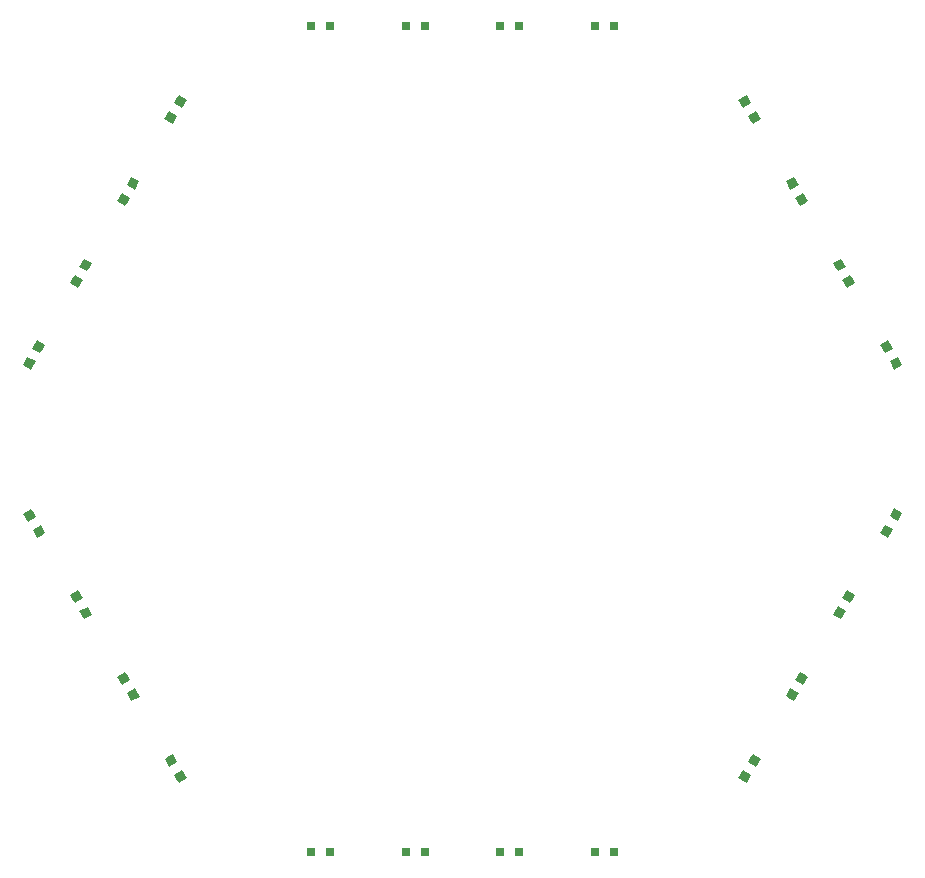
<source format=gtp>
G04 #@! TF.GenerationSoftware,KiCad,Pcbnew,(5.0.2)-1*
G04 #@! TF.CreationDate,2020-05-10T00:06:34+09:00*
G04 #@! TF.ProjectId,Tile,54696c65-2e6b-4696-9361-645f70636258,rev?*
G04 #@! TF.SameCoordinates,Original*
G04 #@! TF.FileFunction,Paste,Top*
G04 #@! TF.FilePolarity,Positive*
%FSLAX46Y46*%
G04 Gerber Fmt 4.6, Leading zero omitted, Abs format (unit mm)*
G04 Created by KiCad (PCBNEW (5.0.2)-1) date 2020/05/10 0:06:34*
%MOMM*%
%LPD*%
G01*
G04 APERTURE LIST*
%ADD10C,0.800000*%
%ADD11C,0.100000*%
%ADD12R,0.800000X0.800000*%
G04 APERTURE END LIST*
D10*
G04 #@! TO.C,D1*
X97300000Y-91656922D03*
D11*
G36*
X97153590Y-91110512D02*
X97846410Y-91510512D01*
X97446410Y-92203332D01*
X96753590Y-91803332D01*
X97153590Y-91110512D01*
X97153590Y-91110512D01*
G37*
D10*
X98100000Y-90271282D03*
D11*
G36*
X97953590Y-89724872D02*
X98646410Y-90124872D01*
X98246410Y-90817692D01*
X97553590Y-90417692D01*
X97953590Y-89724872D01*
X97953590Y-89724872D01*
G37*
G04 #@! TD*
D10*
G04 #@! TO.C,D2*
X94137500Y-112847166D03*
D11*
G36*
X93591090Y-112700756D02*
X94283910Y-112300756D01*
X94683910Y-112993576D01*
X93991090Y-113393576D01*
X93591090Y-112700756D01*
X93591090Y-112700756D01*
G37*
D10*
X93337500Y-111461526D03*
D11*
G36*
X92791090Y-111315116D02*
X93483910Y-110915116D01*
X93883910Y-111607936D01*
X93191090Y-112007936D01*
X92791090Y-111315116D01*
X92791090Y-111315116D01*
G37*
G04 #@! TD*
D10*
G04 #@! TO.C,D3*
X101312500Y-125274631D03*
D11*
G36*
X100766090Y-125128221D02*
X101458910Y-124728221D01*
X101858910Y-125421041D01*
X101166090Y-125821041D01*
X100766090Y-125128221D01*
X100766090Y-125128221D01*
G37*
D10*
X102112500Y-126660271D03*
D11*
G36*
X101566090Y-126513861D02*
X102258910Y-126113861D01*
X102658910Y-126806681D01*
X101966090Y-127206681D01*
X101566090Y-126513861D01*
X101566090Y-126513861D01*
G37*
G04 #@! TD*
D12*
G04 #@! TO.C,D4*
X117200000Y-140000000D03*
X118800000Y-140000000D03*
G04 #@! TD*
G04 #@! TO.C,D5*
X134800000Y-140000000D03*
X133200000Y-140000000D03*
G04 #@! TD*
D10*
G04 #@! TO.C,D6*
X154700000Y-132199485D03*
D11*
G36*
X154846410Y-132745895D02*
X154153590Y-132345895D01*
X154553590Y-131653075D01*
X155246410Y-132053075D01*
X154846410Y-132745895D01*
X154846410Y-132745895D01*
G37*
D10*
X153900000Y-133585125D03*
D11*
G36*
X154046410Y-134131535D02*
X153353590Y-133731535D01*
X153753590Y-133038715D01*
X154446410Y-133438715D01*
X154046410Y-134131535D01*
X154046410Y-134131535D01*
G37*
G04 #@! TD*
D10*
G04 #@! TO.C,D7*
X161900000Y-119728718D03*
D11*
G36*
X162046410Y-120275128D02*
X161353590Y-119875128D01*
X161753590Y-119182308D01*
X162446410Y-119582308D01*
X162046410Y-120275128D01*
X162046410Y-120275128D01*
G37*
D10*
X162700000Y-118343078D03*
D11*
G36*
X162846410Y-118889488D02*
X162153590Y-118489488D01*
X162553590Y-117796668D01*
X163246410Y-118196668D01*
X162846410Y-118889488D01*
X162846410Y-118889488D01*
G37*
G04 #@! TD*
D10*
G04 #@! TO.C,D8*
X166700000Y-98585125D03*
D11*
G36*
X167246410Y-98731535D02*
X166553590Y-99131535D01*
X166153590Y-98438715D01*
X166846410Y-98038715D01*
X167246410Y-98731535D01*
X167246410Y-98731535D01*
G37*
D10*
X165900000Y-97199485D03*
D11*
G36*
X166446410Y-97345895D02*
X165753590Y-97745895D01*
X165353590Y-97053075D01*
X166046410Y-96653075D01*
X166446410Y-97345895D01*
X166446410Y-97345895D01*
G37*
G04 #@! TD*
D10*
G04 #@! TO.C,D9*
X158700000Y-84728718D03*
D11*
G36*
X158153590Y-84582308D02*
X158846410Y-84182308D01*
X159246410Y-84875128D01*
X158553590Y-85275128D01*
X158153590Y-84582308D01*
X158153590Y-84582308D01*
G37*
D10*
X157900000Y-83343078D03*
D11*
G36*
X157353590Y-83196668D02*
X158046410Y-82796668D01*
X158446410Y-83489488D01*
X157753590Y-83889488D01*
X157353590Y-83196668D01*
X157353590Y-83196668D01*
G37*
G04 #@! TD*
D10*
G04 #@! TO.C,D10*
X153900000Y-76414875D03*
D11*
G36*
X154446410Y-76561285D02*
X153753590Y-76961285D01*
X153353590Y-76268465D01*
X154046410Y-75868465D01*
X154446410Y-76561285D01*
X154446410Y-76561285D01*
G37*
D10*
X154700000Y-77800515D03*
D11*
G36*
X155246410Y-77946925D02*
X154553590Y-78346925D01*
X154153590Y-77654105D01*
X154846410Y-77254105D01*
X155246410Y-77946925D01*
X155246410Y-77946925D01*
G37*
G04 #@! TD*
D12*
G04 #@! TO.C,D11*
X142800000Y-70000000D03*
X141200000Y-70000000D03*
G04 #@! TD*
G04 #@! TO.C,D12*
X134800000Y-70000000D03*
X133200000Y-70000000D03*
G04 #@! TD*
G04 #@! TO.C,D13*
X125200000Y-70000000D03*
X126800000Y-70000000D03*
G04 #@! TD*
G04 #@! TO.C,D14*
X117200000Y-70000000D03*
X118800000Y-70000000D03*
G04 #@! TD*
D10*
G04 #@! TO.C,D15*
X105300000Y-77800515D03*
D11*
G36*
X105446410Y-78346925D02*
X104753590Y-77946925D01*
X105153590Y-77254105D01*
X105846410Y-77654105D01*
X105446410Y-78346925D01*
X105446410Y-78346925D01*
G37*
D10*
X106100000Y-76414875D03*
D11*
G36*
X106246410Y-76961285D02*
X105553590Y-76561285D01*
X105953590Y-75868465D01*
X106646410Y-76268465D01*
X106246410Y-76961285D01*
X106246410Y-76961285D01*
G37*
G04 #@! TD*
D10*
G04 #@! TO.C,D16*
X102100000Y-83343078D03*
D11*
G36*
X101953590Y-82796668D02*
X102646410Y-83196668D01*
X102246410Y-83889488D01*
X101553590Y-83489488D01*
X101953590Y-82796668D01*
X101953590Y-82796668D01*
G37*
D10*
X101300000Y-84728718D03*
D11*
G36*
X101153590Y-84182308D02*
X101846410Y-84582308D01*
X101446410Y-85275128D01*
X100753590Y-84875128D01*
X101153590Y-84182308D01*
X101153590Y-84182308D01*
G37*
G04 #@! TD*
D10*
G04 #@! TO.C,D17*
X94100000Y-97199485D03*
D11*
G36*
X94246410Y-97745895D02*
X93553590Y-97345895D01*
X93953590Y-96653075D01*
X94646410Y-97053075D01*
X94246410Y-97745895D01*
X94246410Y-97745895D01*
G37*
D10*
X93300000Y-98585125D03*
D11*
G36*
X93446410Y-99131535D02*
X92753590Y-98731535D01*
X93153590Y-98038715D01*
X93846410Y-98438715D01*
X93446410Y-99131535D01*
X93446410Y-99131535D01*
G37*
G04 #@! TD*
D10*
G04 #@! TO.C,D18*
X97312500Y-118346428D03*
D11*
G36*
X97858910Y-118492838D02*
X97166090Y-118892838D01*
X96766090Y-118200018D01*
X97458910Y-117800018D01*
X97858910Y-118492838D01*
X97858910Y-118492838D01*
G37*
D10*
X98112500Y-119732068D03*
D11*
G36*
X98658910Y-119878478D02*
X97966090Y-120278478D01*
X97566090Y-119585658D01*
X98258910Y-119185658D01*
X98658910Y-119878478D01*
X98658910Y-119878478D01*
G37*
G04 #@! TD*
D10*
G04 #@! TO.C,D19*
X106112500Y-133588474D03*
D11*
G36*
X106658910Y-133734884D02*
X105966090Y-134134884D01*
X105566090Y-133442064D01*
X106258910Y-133042064D01*
X106658910Y-133734884D01*
X106658910Y-133734884D01*
G37*
D10*
X105312500Y-132202834D03*
D11*
G36*
X105858910Y-132349244D02*
X105166090Y-132749244D01*
X104766090Y-132056424D01*
X105458910Y-131656424D01*
X105858910Y-132349244D01*
X105858910Y-132349244D01*
G37*
G04 #@! TD*
D12*
G04 #@! TO.C,D20*
X126800000Y-140000000D03*
X125200000Y-140000000D03*
G04 #@! TD*
G04 #@! TO.C,D21*
X141200000Y-140000000D03*
X142800000Y-140000000D03*
G04 #@! TD*
D10*
G04 #@! TO.C,D22*
X157900000Y-126656922D03*
D11*
G36*
X157753590Y-126110512D02*
X158446410Y-126510512D01*
X158046410Y-127203332D01*
X157353590Y-126803332D01*
X157753590Y-126110512D01*
X157753590Y-126110512D01*
G37*
D10*
X158700000Y-125271282D03*
D11*
G36*
X158553590Y-124724872D02*
X159246410Y-125124872D01*
X158846410Y-125817692D01*
X158153590Y-125417692D01*
X158553590Y-124724872D01*
X158553590Y-124724872D01*
G37*
G04 #@! TD*
D10*
G04 #@! TO.C,D23*
X166700000Y-111414875D03*
D11*
G36*
X166553590Y-110868465D02*
X167246410Y-111268465D01*
X166846410Y-111961285D01*
X166153590Y-111561285D01*
X166553590Y-110868465D01*
X166553590Y-110868465D01*
G37*
D10*
X165900000Y-112800515D03*
D11*
G36*
X165753590Y-112254105D02*
X166446410Y-112654105D01*
X166046410Y-113346925D01*
X165353590Y-112946925D01*
X165753590Y-112254105D01*
X165753590Y-112254105D01*
G37*
G04 #@! TD*
D10*
G04 #@! TO.C,D24*
X161900000Y-90271282D03*
D11*
G36*
X161353590Y-90124872D02*
X162046410Y-89724872D01*
X162446410Y-90417692D01*
X161753590Y-90817692D01*
X161353590Y-90124872D01*
X161353590Y-90124872D01*
G37*
D10*
X162700000Y-91656922D03*
D11*
G36*
X162153590Y-91510512D02*
X162846410Y-91110512D01*
X163246410Y-91803332D01*
X162553590Y-92203332D01*
X162153590Y-91510512D01*
X162153590Y-91510512D01*
G37*
G04 #@! TD*
M02*

</source>
